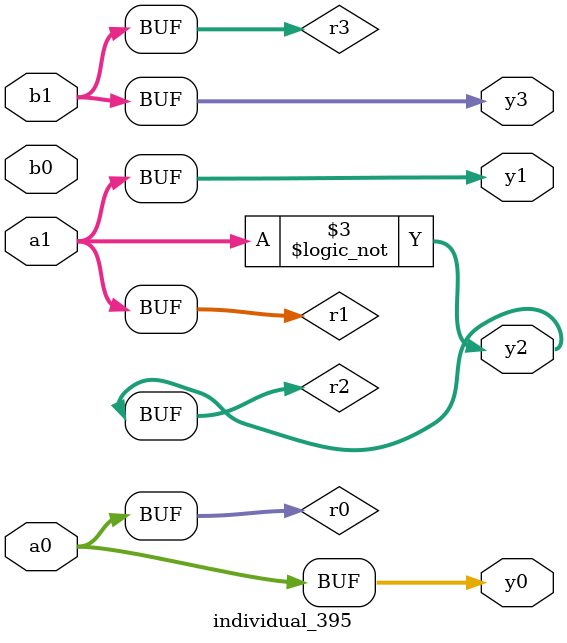
<source format=sv>
module individual_395(input logic [15:0] a1, input logic [15:0] a0, input logic [15:0] b1, input logic [15:0] b0, output logic [15:0] y3, output logic [15:0] y2, output logic [15:0] y1, output logic [15:0] y0);
logic [15:0] r0, r1, r2, r3; 
 always@(*) begin 
	 r0 = a0; r1 = a1; r2 = b0; r3 = b1; 
 	 r2  |=  r2 ;
 	 r2 = ! r1 ;
 	 y3 = r3; y2 = r2; y1 = r1; y0 = r0; 
end
endmodule
</source>
